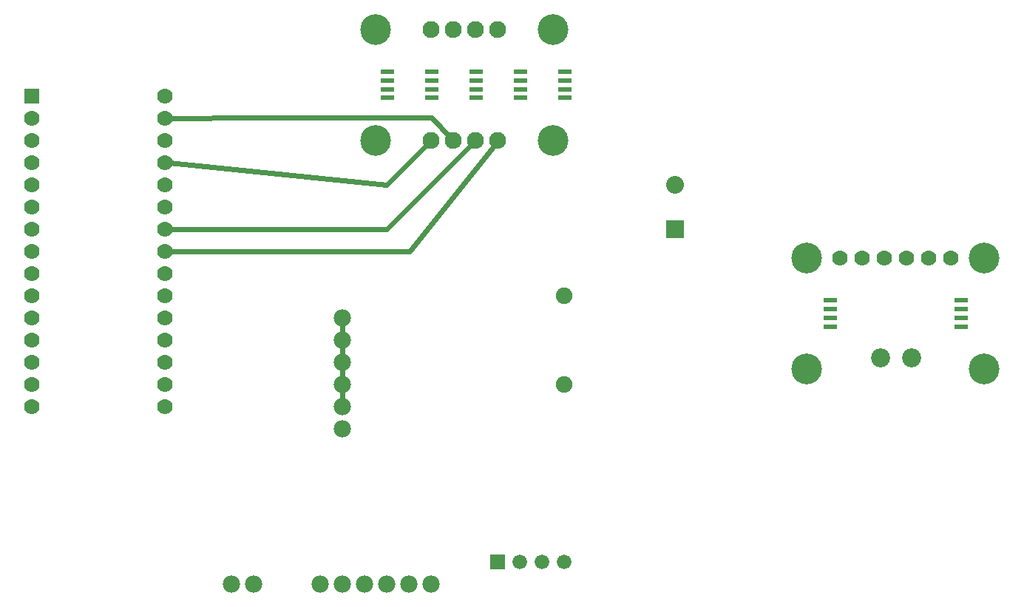
<source format=gbl>
G04 MADE WITH FRITZING*
G04 WWW.FRITZING.ORG*
G04 DOUBLE SIDED*
G04 HOLES PLATED*
G04 CONTOUR ON CENTER OF CONTOUR VECTOR*
%ASAXBY*%
%FSLAX23Y23*%
%MOIN*%
%OFA0B0*%
%SFA1.0B1.0*%
%ADD10C,0.070000*%
%ADD11C,0.078000*%
%ADD12C,0.075000*%
%ADD13C,0.080000*%
%ADD14C,0.138425*%
%ADD15C,0.086000*%
%ADD16C,0.076000*%
%ADD17C,0.066000*%
%ADD18R,0.069972X0.070000*%
%ADD19R,0.079986X0.080000*%
%ADD20R,0.061024X0.023622*%
%ADD21R,0.066000X0.066000*%
%ADD22C,0.024000*%
%LNCOPPER0*%
G90*
G70*
G54D10*
X222Y2413D03*
X222Y2313D03*
X222Y2213D03*
X222Y2113D03*
X222Y2013D03*
X222Y1913D03*
X222Y1813D03*
X222Y1713D03*
X222Y1613D03*
X222Y1513D03*
X222Y1413D03*
X222Y1313D03*
X222Y1213D03*
X222Y1113D03*
X222Y1013D03*
X822Y2413D03*
X822Y2313D03*
X822Y2213D03*
X822Y2113D03*
X822Y2013D03*
X822Y1913D03*
X822Y1813D03*
X822Y1713D03*
X822Y1613D03*
X822Y1513D03*
X822Y1413D03*
X822Y1313D03*
X822Y1213D03*
X822Y1113D03*
X822Y1013D03*
G54D11*
X1222Y213D03*
X1122Y213D03*
X1622Y1413D03*
X1622Y1313D03*
X1622Y1213D03*
X1622Y1113D03*
X1622Y1013D03*
X1622Y913D03*
X2022Y213D03*
X1922Y213D03*
X1822Y213D03*
X1722Y213D03*
X1622Y213D03*
X1522Y213D03*
G54D12*
X2622Y1113D03*
X2622Y1513D03*
G54D13*
X3122Y1813D03*
X3122Y2013D03*
G54D10*
X4065Y1683D03*
G54D14*
X3715Y1683D03*
G54D10*
X3865Y1683D03*
G54D14*
X3715Y1183D03*
G54D15*
X4048Y1233D03*
G54D10*
X3965Y1683D03*
G54D14*
X4515Y1183D03*
X4515Y1683D03*
G54D10*
X4365Y1683D03*
G54D15*
X4186Y1233D03*
G54D10*
X4265Y1683D03*
X4165Y1683D03*
G54D16*
X2322Y2213D03*
X2022Y2713D03*
G54D14*
X2572Y2713D03*
G54D16*
X2222Y2713D03*
X2122Y2213D03*
G54D14*
X2572Y2213D03*
G54D16*
X2322Y2713D03*
X2122Y2713D03*
X2022Y2213D03*
X2222Y2213D03*
G54D14*
X1772Y2713D03*
X1772Y2213D03*
G54D17*
X2622Y313D03*
X2322Y313D03*
X2422Y313D03*
X2522Y313D03*
G54D18*
X222Y2413D03*
G54D19*
X3122Y1813D03*
G54D20*
X3819Y1492D03*
X3819Y1452D03*
X3819Y1413D03*
X3819Y1373D03*
X4409Y1373D03*
X4409Y1413D03*
X4409Y1452D03*
X4409Y1492D03*
X2023Y2443D03*
X2223Y2443D03*
X2023Y2483D03*
X2023Y2522D03*
X2423Y2404D03*
X2223Y2522D03*
X2423Y2443D03*
X2423Y2483D03*
X2423Y2522D03*
X2623Y2404D03*
X2223Y2483D03*
X2623Y2443D03*
X2623Y2483D03*
X2623Y2522D03*
X1823Y2404D03*
X1823Y2443D03*
X1823Y2483D03*
X1823Y2522D03*
X2223Y2404D03*
X2023Y2404D03*
G54D21*
X2322Y313D03*
G54D22*
X1622Y1332D02*
X1622Y1394D01*
D02*
X1622Y1232D02*
X1622Y1294D01*
D02*
X1622Y1132D02*
X1622Y1194D01*
D02*
X1622Y1032D02*
X1622Y1094D01*
D02*
X1521Y2314D02*
X2023Y2314D01*
D02*
X2023Y2314D02*
X2108Y2227D01*
D02*
X1320Y2314D02*
X1420Y2314D01*
D02*
X1420Y2314D02*
X1521Y2314D01*
D02*
X1219Y2314D02*
X1320Y2314D01*
D02*
X840Y2313D02*
X1219Y2314D01*
D02*
X1822Y2013D02*
X840Y2111D01*
D02*
X2008Y2199D02*
X1822Y2013D01*
D02*
X1923Y1711D02*
X2310Y2197D01*
D02*
X840Y1713D02*
X1923Y1711D01*
D02*
X1822Y1812D02*
X2208Y2199D01*
D02*
X840Y1813D02*
X1822Y1812D01*
G04 End of Copper0*
M02*
</source>
